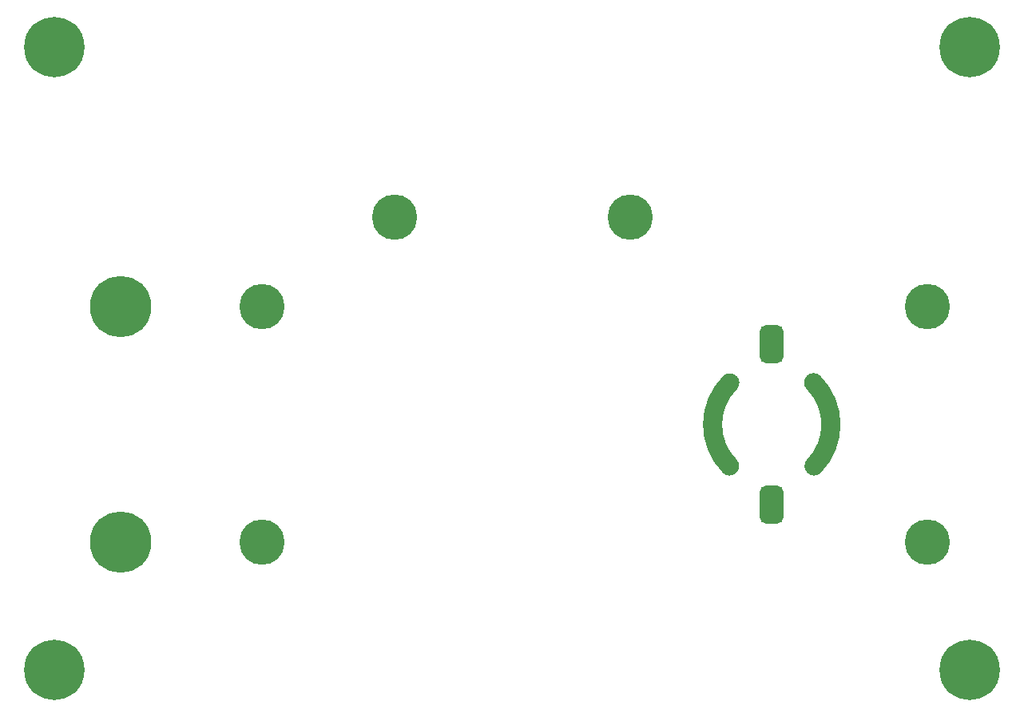
<source format=gbr>
%TF.GenerationSoftware,KiCad,Pcbnew,8.0.2*%
%TF.CreationDate,2024-06-17T23:35:22+07:00*%
%TF.ProjectId,Lamp_Circuit,4c616d70-5f43-4697-9263-7569742e6b69,rev?*%
%TF.SameCoordinates,Original*%
%TF.FileFunction,Soldermask,Bot*%
%TF.FilePolarity,Negative*%
%FSLAX46Y46*%
G04 Gerber Fmt 4.6, Leading zero omitted, Abs format (unit mm)*
G04 Created by KiCad (PCBNEW 8.0.2) date 2024-06-17 23:35:22*
%MOMM*%
%LPD*%
G01*
G04 APERTURE LIST*
G04 Aperture macros list*
%AMRoundRect*
0 Rectangle with rounded corners*
0 $1 Rounding radius*
0 $2 $3 $4 $5 $6 $7 $8 $9 X,Y pos of 4 corners*
0 Add a 4 corners polygon primitive as box body*
4,1,4,$2,$3,$4,$5,$6,$7,$8,$9,$2,$3,0*
0 Add four circle primitives for the rounded corners*
1,1,$1+$1,$2,$3*
1,1,$1+$1,$4,$5*
1,1,$1+$1,$6,$7*
1,1,$1+$1,$8,$9*
0 Add four rect primitives between the rounded corners*
20,1,$1+$1,$2,$3,$4,$5,0*
20,1,$1+$1,$4,$5,$6,$7,0*
20,1,$1+$1,$6,$7,$8,$9,0*
20,1,$1+$1,$8,$9,$2,$3,0*%
G04 Aperture macros list end*
%ADD10C,2.000000*%
%ADD11C,6.400000*%
%ADD12RoundRect,0.625000X0.625000X1.375000X-0.625000X1.375000X-0.625000X-1.375000X0.625000X-1.375000X0*%
%ADD13C,4.800000*%
%ADD14C,6.500000*%
G04 APERTURE END LIST*
D10*
%TO.C,LA1*%
X175550000Y-98400000D02*
G75*
G02*
X175574930Y-89574930I4449998J4399999D01*
G01*
X184450280Y-89549720D02*
G75*
G02*
X184500000Y-98400000I-4450282J-4450281D01*
G01*
%TD*%
D11*
%TO.C,H2*%
X201000000Y-54000000D03*
%TD*%
%TO.C,H3*%
X104000000Y-120000000D03*
%TD*%
%TO.C,H1*%
X201000000Y-120000000D03*
%TD*%
D12*
%TO.C,LA1*%
X180000000Y-102500000D03*
X180000000Y-85500000D03*
%TD*%
D13*
%TO.C,MES1*%
X126000000Y-106500000D03*
X126000000Y-81500000D03*
%TD*%
%TO.C,MES2*%
X196475000Y-106500000D03*
X196475000Y-81500000D03*
%TD*%
%TO.C,A1*%
X165000000Y-72000000D03*
X140000000Y-72000000D03*
%TD*%
D14*
%TO.C,V1*%
X111000000Y-81500000D03*
X111000000Y-106500000D03*
%TD*%
D11*
%TO.C,H4*%
X104000000Y-54000000D03*
%TD*%
M02*

</source>
